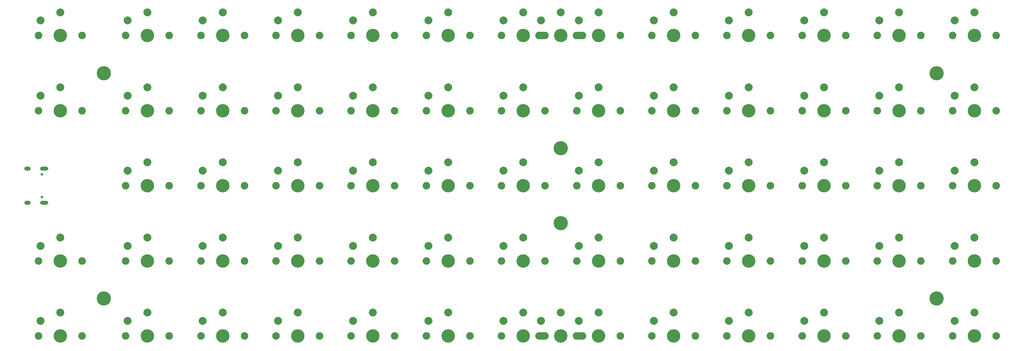
<source format=gbr>
%TF.GenerationSoftware,KiCad,Pcbnew,6.0.11-2627ca5db0~126~ubuntu22.04.1*%
%TF.CreationDate,2023-02-13T08:28:21-04:00*%
%TF.ProjectId,Topo_v0,546f706f-5f76-4302-9e6b-696361645f70,v0*%
%TF.SameCoordinates,Original*%
%TF.FileFunction,Soldermask,Bot*%
%TF.FilePolarity,Negative*%
%FSLAX46Y46*%
G04 Gerber Fmt 4.6, Leading zero omitted, Abs format (unit mm)*
G04 Created by KiCad (PCBNEW 6.0.11-2627ca5db0~126~ubuntu22.04.1) date 2023-02-13 08:28:21*
%MOMM*%
%LPD*%
G01*
G04 APERTURE LIST*
%ADD10C,3.600000*%
%ADD11C,0.650000*%
%ADD12O,2.100000X1.000000*%
%ADD13O,1.600000X1.000000*%
%ADD14C,1.900000*%
%ADD15C,3.400000*%
%ADD16C,2.000000*%
%ADD17O,3.400000X1.900000*%
G04 APERTURE END LIST*
D10*
%TO.C,H6*%
X251500000Y-39500000D03*
%TD*%
%TO.C,H1*%
X41000000Y-96500000D03*
%TD*%
%TO.C,H3*%
X156500000Y-77500000D03*
%TD*%
%TO.C,H4*%
X156500000Y-58500000D03*
%TD*%
%TO.C,H2*%
X251500000Y-96500000D03*
%TD*%
%TO.C,H5*%
X41000000Y-39500000D03*
%TD*%
D11*
%TO.C,P1*%
X25350000Y-65110000D03*
X25350000Y-70890000D03*
D12*
X25880000Y-72320000D03*
X25880000Y-63680000D03*
D13*
X21700000Y-72320000D03*
X21700000Y-63680000D03*
%TD*%
D14*
%TO.C,SW52*%
X266500000Y-49000000D03*
D15*
X261000000Y-49000000D03*
D14*
X255500000Y-49000000D03*
D16*
X256000000Y-45200000D03*
X261000000Y-43100000D03*
%TD*%
D14*
%TO.C,SW42*%
X76500000Y-49000000D03*
D15*
X71000000Y-49000000D03*
D14*
X65500000Y-49000000D03*
D16*
X66000000Y-45200000D03*
X71000000Y-43100000D03*
%TD*%
D15*
%TO.C,SW41*%
X52000000Y-49000000D03*
D14*
X57500000Y-49000000D03*
X46500000Y-49000000D03*
D16*
X47000000Y-45200000D03*
X52000000Y-43100000D03*
%TD*%
D14*
%TO.C,SW43*%
X95500000Y-49000000D03*
D15*
X90000000Y-49000000D03*
D14*
X84500000Y-49000000D03*
D16*
X85000000Y-45200000D03*
X90000000Y-43100000D03*
%TD*%
D15*
%TO.C,SW12*%
X223000000Y-106000000D03*
D14*
X228500000Y-106000000D03*
X217500000Y-106000000D03*
D16*
X218000000Y-102200000D03*
X223000000Y-100100000D03*
%TD*%
D14*
%TO.C,SW4*%
X46500000Y-106000000D03*
X57500000Y-106000000D03*
D15*
X52000000Y-106000000D03*
D16*
X47000000Y-102200000D03*
X52000000Y-100100000D03*
%TD*%
D14*
%TO.C,SW7*%
X114500000Y-106000000D03*
D15*
X109000000Y-106000000D03*
D14*
X103500000Y-106000000D03*
D16*
X104000000Y-102200000D03*
X109000000Y-100100000D03*
%TD*%
D14*
%TO.C,SW57*%
X103500000Y-30000000D03*
X114500000Y-30000000D03*
D15*
X109000000Y-30000000D03*
D16*
X104000000Y-26200000D03*
X109000000Y-24100000D03*
%TD*%
D14*
%TO.C,SW53*%
X24500000Y-30000000D03*
D15*
X30000000Y-30000000D03*
D14*
X35500000Y-30000000D03*
D16*
X25000000Y-26200000D03*
X30000000Y-24100000D03*
%TD*%
D14*
%TO.C,SW31*%
X114500000Y-68000000D03*
X103500000Y-68000000D03*
D15*
X109000000Y-68000000D03*
D16*
X104000000Y-64200000D03*
X109000000Y-62100000D03*
%TD*%
D14*
%TO.C,SW55*%
X65500000Y-30000000D03*
D15*
X71000000Y-30000000D03*
D14*
X76500000Y-30000000D03*
D16*
X66000000Y-26200000D03*
X71000000Y-24100000D03*
%TD*%
D14*
%TO.C,SW25*%
X217500000Y-87000000D03*
X228500000Y-87000000D03*
D15*
X223000000Y-87000000D03*
D16*
X218000000Y-83200000D03*
X223000000Y-81100000D03*
%TD*%
D14*
%TO.C,SW32*%
X122500000Y-68000000D03*
X133500000Y-68000000D03*
D15*
X128000000Y-68000000D03*
D16*
X123000000Y-64200000D03*
X128000000Y-62100000D03*
%TD*%
D14*
%TO.C,SW49*%
X209500000Y-49000000D03*
X198500000Y-49000000D03*
D15*
X204000000Y-49000000D03*
D16*
X199000000Y-45200000D03*
X204000000Y-43100000D03*
%TD*%
D14*
%TO.C,SW15*%
X35500000Y-87000000D03*
X24500000Y-87000000D03*
D15*
X30000000Y-87000000D03*
D16*
X25000000Y-83200000D03*
X30000000Y-81100000D03*
%TD*%
D15*
%TO.C,SW28*%
X52000000Y-68000000D03*
D14*
X46500000Y-68000000D03*
X57500000Y-68000000D03*
D16*
X47000000Y-64200000D03*
X52000000Y-62100000D03*
%TD*%
D14*
%TO.C,SW16*%
X57500000Y-87000000D03*
X46500000Y-87000000D03*
D15*
X52000000Y-87000000D03*
D16*
X47000000Y-83200000D03*
X52000000Y-81100000D03*
%TD*%
D14*
%TO.C,SW30*%
X95500000Y-68000000D03*
X84500000Y-68000000D03*
D15*
X90000000Y-68000000D03*
D16*
X85000000Y-64200000D03*
X90000000Y-62100000D03*
%TD*%
D15*
%TO.C,SW56*%
X90000000Y-30000000D03*
D14*
X84500000Y-30000000D03*
X95500000Y-30000000D03*
D16*
X85000000Y-26200000D03*
X90000000Y-24100000D03*
%TD*%
D14*
%TO.C,SW35*%
X179500000Y-68000000D03*
X190500000Y-68000000D03*
D15*
X185000000Y-68000000D03*
D16*
X180000000Y-64200000D03*
X185000000Y-62100000D03*
%TD*%
D15*
%TO.C,SW47*%
X166000000Y-49000000D03*
D14*
X171500000Y-49000000D03*
X160500000Y-49000000D03*
D16*
X161000000Y-45200000D03*
X166000000Y-43100000D03*
%TD*%
D14*
%TO.C,SW39*%
X255500000Y-68000000D03*
X266500000Y-68000000D03*
D15*
X261000000Y-68000000D03*
D16*
X256000000Y-64200000D03*
X261000000Y-62100000D03*
%TD*%
D14*
%TO.C,SW13*%
X236500000Y-106000000D03*
X247500000Y-106000000D03*
D15*
X242000000Y-106000000D03*
D16*
X237000000Y-102200000D03*
X242000000Y-100100000D03*
%TD*%
D15*
%TO.C,SW63*%
X242000000Y-30000000D03*
D14*
X247500000Y-30000000D03*
X236500000Y-30000000D03*
D16*
X237000000Y-26200000D03*
X242000000Y-24100000D03*
%TD*%
D15*
%TO.C,SW23*%
X185000000Y-87000000D03*
D14*
X179500000Y-87000000D03*
X190500000Y-87000000D03*
D16*
X180000000Y-83200000D03*
X185000000Y-81100000D03*
%TD*%
D14*
%TO.C,SW5*%
X76500000Y-106000000D03*
X65500000Y-106000000D03*
D15*
X71000000Y-106000000D03*
D16*
X66000000Y-102200000D03*
X71000000Y-100100000D03*
%TD*%
D15*
%TO.C,SW48*%
X185000000Y-49000000D03*
D14*
X179500000Y-49000000D03*
X190500000Y-49000000D03*
D16*
X180000000Y-45200000D03*
X185000000Y-43100000D03*
%TD*%
D15*
%TO.C,SW21*%
X147000000Y-87000000D03*
D14*
X152500000Y-87000000D03*
X141500000Y-87000000D03*
D16*
X142000000Y-83200000D03*
X147000000Y-81100000D03*
%TD*%
D15*
%TO.C,SW17*%
X71000000Y-87000000D03*
D14*
X65500000Y-87000000D03*
X76500000Y-87000000D03*
D16*
X66000000Y-83200000D03*
X71000000Y-81100000D03*
%TD*%
D14*
%TO.C,SW38*%
X247500000Y-68000000D03*
X236500000Y-68000000D03*
D15*
X242000000Y-68000000D03*
D16*
X237000000Y-64200000D03*
X242000000Y-62100000D03*
%TD*%
D14*
%TO.C,SW60*%
X190500000Y-30000000D03*
D15*
X185000000Y-30000000D03*
D14*
X179500000Y-30000000D03*
D16*
X180000000Y-26200000D03*
X185000000Y-24100000D03*
%TD*%
D14*
%TO.C,SW6*%
X84500000Y-106000000D03*
D15*
X90000000Y-106000000D03*
D14*
X95500000Y-106000000D03*
D16*
X85000000Y-102200000D03*
X90000000Y-100100000D03*
%TD*%
D14*
%TO.C,SW40*%
X24500000Y-49000000D03*
X35500000Y-49000000D03*
D15*
X30000000Y-49000000D03*
D16*
X25000000Y-45200000D03*
X30000000Y-43100000D03*
%TD*%
D15*
%TO.C,SW8*%
X128000000Y-106000000D03*
D14*
X122500000Y-106000000D03*
X133500000Y-106000000D03*
D16*
X123000000Y-102200000D03*
X128000000Y-100100000D03*
%TD*%
D14*
%TO.C,SW14*%
X255500000Y-106000000D03*
D15*
X261000000Y-106000000D03*
D14*
X266500000Y-106000000D03*
D16*
X256000000Y-102200000D03*
X261000000Y-100100000D03*
%TD*%
D14*
%TO.C,SW44*%
X103500000Y-49000000D03*
X114500000Y-49000000D03*
D15*
X109000000Y-49000000D03*
D16*
X104000000Y-45200000D03*
X109000000Y-43100000D03*
%TD*%
D14*
%TO.C,SW24*%
X198500000Y-87000000D03*
D15*
X204000000Y-87000000D03*
D14*
X209500000Y-87000000D03*
D16*
X199000000Y-83200000D03*
X204000000Y-81100000D03*
%TD*%
D14*
%TO.C,SW54*%
X57500000Y-30000000D03*
X46500000Y-30000000D03*
D15*
X52000000Y-30000000D03*
D16*
X47000000Y-26200000D03*
X52000000Y-24100000D03*
%TD*%
D15*
%TO.C,SW59*%
X156500000Y-30000000D03*
D14*
X171500000Y-30000000D03*
D15*
X147000000Y-30000000D03*
D14*
X141500000Y-30000000D03*
D17*
X151750000Y-30000000D03*
X161250000Y-30000000D03*
D15*
X166000000Y-30000000D03*
D16*
X142000000Y-26200000D03*
X151500000Y-26200000D03*
X147000000Y-24100000D03*
X156500000Y-24100000D03*
X161000000Y-26200000D03*
X166000000Y-24100000D03*
%TD*%
D15*
%TO.C,SW50*%
X223000000Y-49000000D03*
D14*
X228500000Y-49000000D03*
X217500000Y-49000000D03*
D16*
X218000000Y-45200000D03*
X223000000Y-43100000D03*
%TD*%
D15*
%TO.C,SW37*%
X223000000Y-68000000D03*
D14*
X228500000Y-68000000D03*
X217500000Y-68000000D03*
D16*
X218000000Y-64200000D03*
X223000000Y-62100000D03*
%TD*%
D14*
%TO.C,SW34*%
X171500000Y-68000000D03*
X160500000Y-68000000D03*
D15*
X166000000Y-68000000D03*
D16*
X161000000Y-64200000D03*
X166000000Y-62100000D03*
%TD*%
D15*
%TO.C,SW10*%
X185000000Y-106000000D03*
D14*
X179500000Y-106000000D03*
X190500000Y-106000000D03*
D16*
X180000000Y-102200000D03*
X185000000Y-100100000D03*
%TD*%
D15*
%TO.C,SW9*%
X166000000Y-106000000D03*
X147000000Y-106000000D03*
D17*
X161250000Y-106000000D03*
D15*
X156500000Y-106000000D03*
D14*
X141500000Y-106000000D03*
X171500000Y-106000000D03*
D17*
X151750000Y-106000000D03*
D16*
X142000000Y-102200000D03*
X151500000Y-102200000D03*
X156500000Y-100100000D03*
X147000000Y-100100000D03*
X161000000Y-102200000D03*
X166000000Y-100100000D03*
%TD*%
D14*
%TO.C,SW22*%
X160500000Y-87000000D03*
D15*
X166000000Y-87000000D03*
D14*
X171500000Y-87000000D03*
D16*
X161000000Y-83200000D03*
X166000000Y-81100000D03*
%TD*%
D15*
%TO.C,SW64*%
X261000000Y-30000000D03*
D14*
X266500000Y-30000000D03*
X255500000Y-30000000D03*
D16*
X256000000Y-26200000D03*
X261000000Y-24100000D03*
%TD*%
D15*
%TO.C,SW19*%
X109000000Y-87000000D03*
D14*
X103500000Y-87000000D03*
X114500000Y-87000000D03*
D16*
X104000000Y-83200000D03*
X109000000Y-81100000D03*
%TD*%
D14*
%TO.C,SW46*%
X141500000Y-49000000D03*
D15*
X147000000Y-49000000D03*
D14*
X152500000Y-49000000D03*
D16*
X142000000Y-45200000D03*
X147000000Y-43100000D03*
%TD*%
D14*
%TO.C,SW26*%
X236500000Y-87000000D03*
D15*
X242000000Y-87000000D03*
D14*
X247500000Y-87000000D03*
D16*
X237000000Y-83200000D03*
X242000000Y-81100000D03*
%TD*%
D15*
%TO.C,SW58*%
X128000000Y-30000000D03*
D14*
X133500000Y-30000000D03*
X122500000Y-30000000D03*
D16*
X123000000Y-26200000D03*
X128000000Y-24100000D03*
%TD*%
D14*
%TO.C,SW33*%
X141500000Y-68000000D03*
X152500000Y-68000000D03*
D15*
X147000000Y-68000000D03*
D16*
X142000000Y-64200000D03*
X147000000Y-62100000D03*
%TD*%
D14*
%TO.C,SW20*%
X122500000Y-87000000D03*
D15*
X128000000Y-87000000D03*
D14*
X133500000Y-87000000D03*
D16*
X123000000Y-83200000D03*
X128000000Y-81100000D03*
%TD*%
D15*
%TO.C,SW45*%
X128000000Y-49000000D03*
D14*
X133500000Y-49000000D03*
X122500000Y-49000000D03*
D16*
X123000000Y-45200000D03*
X128000000Y-43100000D03*
%TD*%
D14*
%TO.C,SW61*%
X209500000Y-30000000D03*
D15*
X204000000Y-30000000D03*
D14*
X198500000Y-30000000D03*
D16*
X199000000Y-26200000D03*
X204000000Y-24100000D03*
%TD*%
D14*
%TO.C,SW11*%
X209500000Y-106000000D03*
X198500000Y-106000000D03*
D15*
X204000000Y-106000000D03*
D16*
X199000000Y-102200000D03*
X204000000Y-100100000D03*
%TD*%
D14*
%TO.C,SW36*%
X209500000Y-68000000D03*
D15*
X204000000Y-68000000D03*
D14*
X198500000Y-68000000D03*
D16*
X199000000Y-64200000D03*
X204000000Y-62100000D03*
%TD*%
D14*
%TO.C,SW29*%
X76500000Y-68000000D03*
D15*
X71000000Y-68000000D03*
D14*
X65500000Y-68000000D03*
D16*
X66000000Y-64200000D03*
X71000000Y-62100000D03*
%TD*%
D14*
%TO.C,SW18*%
X95500000Y-87000000D03*
X84500000Y-87000000D03*
D15*
X90000000Y-87000000D03*
D16*
X85000000Y-83200000D03*
X90000000Y-81100000D03*
%TD*%
D14*
%TO.C,SW27*%
X266500000Y-87000000D03*
D15*
X261000000Y-87000000D03*
D14*
X255500000Y-87000000D03*
D16*
X256000000Y-83200000D03*
X261000000Y-81100000D03*
%TD*%
D15*
%TO.C,SW62*%
X223000000Y-30000000D03*
D14*
X217500000Y-30000000D03*
X228500000Y-30000000D03*
D16*
X218000000Y-26200000D03*
X223000000Y-24100000D03*
%TD*%
D14*
%TO.C,SW51*%
X236500000Y-49000000D03*
D15*
X242000000Y-49000000D03*
D14*
X247500000Y-49000000D03*
D16*
X237000000Y-45200000D03*
X242000000Y-43100000D03*
%TD*%
D14*
%TO.C,SW3*%
X35500000Y-106000000D03*
X24500000Y-106000000D03*
D15*
X30000000Y-106000000D03*
D16*
X25000000Y-102200000D03*
X30000000Y-100100000D03*
%TD*%
M02*

</source>
